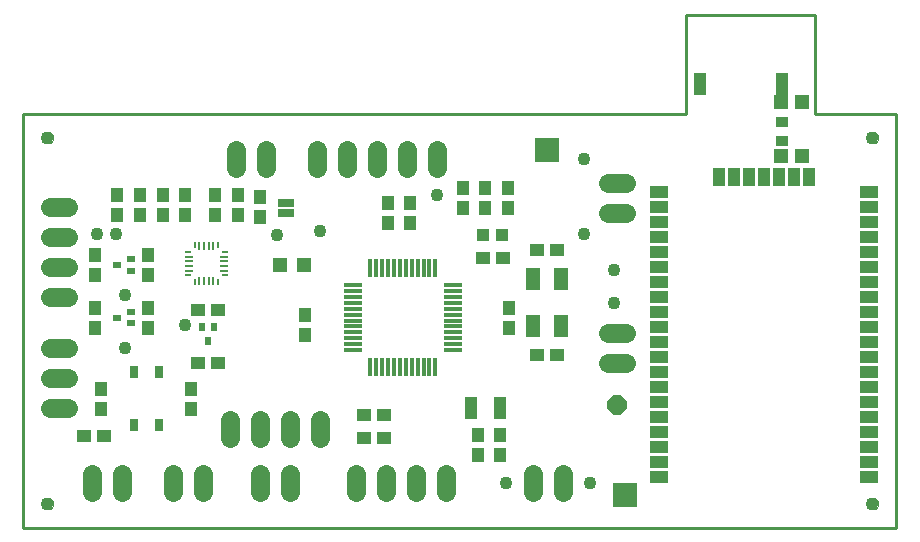
<source format=gts>
G75*
%MOIN*%
%OFA0B0*%
%FSLAX25Y25*%
%IPPOS*%
%LPD*%
%AMOC8*
5,1,8,0,0,1.08239X$1,22.5*
%
%ADD10C,0.01000*%
%ADD11C,0.00000*%
%ADD12C,0.04337*%
%ADD13R,0.05400X0.02900*%
%ADD14R,0.02959X0.02211*%
%ADD15R,0.02211X0.02959*%
%ADD16R,0.01581X0.06109*%
%ADD17R,0.06109X0.01581*%
%ADD18R,0.04337X0.07487*%
%ADD19R,0.04337X0.04731*%
%ADD20R,0.03156X0.04337*%
%ADD21R,0.04140X0.04337*%
%ADD22R,0.04731X0.04337*%
%ADD23R,0.05124X0.07487*%
%ADD24R,0.05124X0.05124*%
%ADD25R,0.08274X0.08274*%
%ADD26R,0.01150X0.02349*%
%ADD27R,0.01150X0.02762*%
%ADD28R,0.02349X0.01150*%
%ADD29R,0.02762X0.01150*%
%ADD30C,0.06400*%
%ADD31OC8,0.06400*%
%ADD32R,0.06400X0.04400*%
%ADD33R,0.04400X0.06400*%
%ADD34R,0.04534X0.04652*%
%ADD35R,0.03943X0.03550*%
D10*
X0011500Y0010780D02*
X0011500Y0148780D01*
X0232500Y0148780D01*
X0232500Y0181780D01*
X0275500Y0181780D01*
X0275500Y0148780D01*
X0302500Y0148780D01*
X0302500Y0010780D01*
X0011500Y0010780D01*
D11*
X0017531Y0018780D02*
X0017533Y0018868D01*
X0017539Y0018956D01*
X0017549Y0019044D01*
X0017563Y0019132D01*
X0017580Y0019218D01*
X0017602Y0019304D01*
X0017627Y0019388D01*
X0017657Y0019472D01*
X0017689Y0019554D01*
X0017726Y0019634D01*
X0017766Y0019713D01*
X0017810Y0019790D01*
X0017857Y0019865D01*
X0017907Y0019937D01*
X0017961Y0020008D01*
X0018017Y0020075D01*
X0018077Y0020141D01*
X0018139Y0020203D01*
X0018205Y0020263D01*
X0018272Y0020319D01*
X0018343Y0020373D01*
X0018415Y0020423D01*
X0018490Y0020470D01*
X0018567Y0020514D01*
X0018646Y0020554D01*
X0018726Y0020591D01*
X0018808Y0020623D01*
X0018892Y0020653D01*
X0018976Y0020678D01*
X0019062Y0020700D01*
X0019148Y0020717D01*
X0019236Y0020731D01*
X0019324Y0020741D01*
X0019412Y0020747D01*
X0019500Y0020749D01*
X0019588Y0020747D01*
X0019676Y0020741D01*
X0019764Y0020731D01*
X0019852Y0020717D01*
X0019938Y0020700D01*
X0020024Y0020678D01*
X0020108Y0020653D01*
X0020192Y0020623D01*
X0020274Y0020591D01*
X0020354Y0020554D01*
X0020433Y0020514D01*
X0020510Y0020470D01*
X0020585Y0020423D01*
X0020657Y0020373D01*
X0020728Y0020319D01*
X0020795Y0020263D01*
X0020861Y0020203D01*
X0020923Y0020141D01*
X0020983Y0020075D01*
X0021039Y0020008D01*
X0021093Y0019937D01*
X0021143Y0019865D01*
X0021190Y0019790D01*
X0021234Y0019713D01*
X0021274Y0019634D01*
X0021311Y0019554D01*
X0021343Y0019472D01*
X0021373Y0019388D01*
X0021398Y0019304D01*
X0021420Y0019218D01*
X0021437Y0019132D01*
X0021451Y0019044D01*
X0021461Y0018956D01*
X0021467Y0018868D01*
X0021469Y0018780D01*
X0021467Y0018692D01*
X0021461Y0018604D01*
X0021451Y0018516D01*
X0021437Y0018428D01*
X0021420Y0018342D01*
X0021398Y0018256D01*
X0021373Y0018172D01*
X0021343Y0018088D01*
X0021311Y0018006D01*
X0021274Y0017926D01*
X0021234Y0017847D01*
X0021190Y0017770D01*
X0021143Y0017695D01*
X0021093Y0017623D01*
X0021039Y0017552D01*
X0020983Y0017485D01*
X0020923Y0017419D01*
X0020861Y0017357D01*
X0020795Y0017297D01*
X0020728Y0017241D01*
X0020657Y0017187D01*
X0020585Y0017137D01*
X0020510Y0017090D01*
X0020433Y0017046D01*
X0020354Y0017006D01*
X0020274Y0016969D01*
X0020192Y0016937D01*
X0020108Y0016907D01*
X0020024Y0016882D01*
X0019938Y0016860D01*
X0019852Y0016843D01*
X0019764Y0016829D01*
X0019676Y0016819D01*
X0019588Y0016813D01*
X0019500Y0016811D01*
X0019412Y0016813D01*
X0019324Y0016819D01*
X0019236Y0016829D01*
X0019148Y0016843D01*
X0019062Y0016860D01*
X0018976Y0016882D01*
X0018892Y0016907D01*
X0018808Y0016937D01*
X0018726Y0016969D01*
X0018646Y0017006D01*
X0018567Y0017046D01*
X0018490Y0017090D01*
X0018415Y0017137D01*
X0018343Y0017187D01*
X0018272Y0017241D01*
X0018205Y0017297D01*
X0018139Y0017357D01*
X0018077Y0017419D01*
X0018017Y0017485D01*
X0017961Y0017552D01*
X0017907Y0017623D01*
X0017857Y0017695D01*
X0017810Y0017770D01*
X0017766Y0017847D01*
X0017726Y0017926D01*
X0017689Y0018006D01*
X0017657Y0018088D01*
X0017627Y0018172D01*
X0017602Y0018256D01*
X0017580Y0018342D01*
X0017563Y0018428D01*
X0017549Y0018516D01*
X0017539Y0018604D01*
X0017533Y0018692D01*
X0017531Y0018780D01*
X0017531Y0140780D02*
X0017533Y0140868D01*
X0017539Y0140956D01*
X0017549Y0141044D01*
X0017563Y0141132D01*
X0017580Y0141218D01*
X0017602Y0141304D01*
X0017627Y0141388D01*
X0017657Y0141472D01*
X0017689Y0141554D01*
X0017726Y0141634D01*
X0017766Y0141713D01*
X0017810Y0141790D01*
X0017857Y0141865D01*
X0017907Y0141937D01*
X0017961Y0142008D01*
X0018017Y0142075D01*
X0018077Y0142141D01*
X0018139Y0142203D01*
X0018205Y0142263D01*
X0018272Y0142319D01*
X0018343Y0142373D01*
X0018415Y0142423D01*
X0018490Y0142470D01*
X0018567Y0142514D01*
X0018646Y0142554D01*
X0018726Y0142591D01*
X0018808Y0142623D01*
X0018892Y0142653D01*
X0018976Y0142678D01*
X0019062Y0142700D01*
X0019148Y0142717D01*
X0019236Y0142731D01*
X0019324Y0142741D01*
X0019412Y0142747D01*
X0019500Y0142749D01*
X0019588Y0142747D01*
X0019676Y0142741D01*
X0019764Y0142731D01*
X0019852Y0142717D01*
X0019938Y0142700D01*
X0020024Y0142678D01*
X0020108Y0142653D01*
X0020192Y0142623D01*
X0020274Y0142591D01*
X0020354Y0142554D01*
X0020433Y0142514D01*
X0020510Y0142470D01*
X0020585Y0142423D01*
X0020657Y0142373D01*
X0020728Y0142319D01*
X0020795Y0142263D01*
X0020861Y0142203D01*
X0020923Y0142141D01*
X0020983Y0142075D01*
X0021039Y0142008D01*
X0021093Y0141937D01*
X0021143Y0141865D01*
X0021190Y0141790D01*
X0021234Y0141713D01*
X0021274Y0141634D01*
X0021311Y0141554D01*
X0021343Y0141472D01*
X0021373Y0141388D01*
X0021398Y0141304D01*
X0021420Y0141218D01*
X0021437Y0141132D01*
X0021451Y0141044D01*
X0021461Y0140956D01*
X0021467Y0140868D01*
X0021469Y0140780D01*
X0021467Y0140692D01*
X0021461Y0140604D01*
X0021451Y0140516D01*
X0021437Y0140428D01*
X0021420Y0140342D01*
X0021398Y0140256D01*
X0021373Y0140172D01*
X0021343Y0140088D01*
X0021311Y0140006D01*
X0021274Y0139926D01*
X0021234Y0139847D01*
X0021190Y0139770D01*
X0021143Y0139695D01*
X0021093Y0139623D01*
X0021039Y0139552D01*
X0020983Y0139485D01*
X0020923Y0139419D01*
X0020861Y0139357D01*
X0020795Y0139297D01*
X0020728Y0139241D01*
X0020657Y0139187D01*
X0020585Y0139137D01*
X0020510Y0139090D01*
X0020433Y0139046D01*
X0020354Y0139006D01*
X0020274Y0138969D01*
X0020192Y0138937D01*
X0020108Y0138907D01*
X0020024Y0138882D01*
X0019938Y0138860D01*
X0019852Y0138843D01*
X0019764Y0138829D01*
X0019676Y0138819D01*
X0019588Y0138813D01*
X0019500Y0138811D01*
X0019412Y0138813D01*
X0019324Y0138819D01*
X0019236Y0138829D01*
X0019148Y0138843D01*
X0019062Y0138860D01*
X0018976Y0138882D01*
X0018892Y0138907D01*
X0018808Y0138937D01*
X0018726Y0138969D01*
X0018646Y0139006D01*
X0018567Y0139046D01*
X0018490Y0139090D01*
X0018415Y0139137D01*
X0018343Y0139187D01*
X0018272Y0139241D01*
X0018205Y0139297D01*
X0018139Y0139357D01*
X0018077Y0139419D01*
X0018017Y0139485D01*
X0017961Y0139552D01*
X0017907Y0139623D01*
X0017857Y0139695D01*
X0017810Y0139770D01*
X0017766Y0139847D01*
X0017726Y0139926D01*
X0017689Y0140006D01*
X0017657Y0140088D01*
X0017627Y0140172D01*
X0017602Y0140256D01*
X0017580Y0140342D01*
X0017563Y0140428D01*
X0017549Y0140516D01*
X0017539Y0140604D01*
X0017533Y0140692D01*
X0017531Y0140780D01*
X0292531Y0140780D02*
X0292533Y0140868D01*
X0292539Y0140956D01*
X0292549Y0141044D01*
X0292563Y0141132D01*
X0292580Y0141218D01*
X0292602Y0141304D01*
X0292627Y0141388D01*
X0292657Y0141472D01*
X0292689Y0141554D01*
X0292726Y0141634D01*
X0292766Y0141713D01*
X0292810Y0141790D01*
X0292857Y0141865D01*
X0292907Y0141937D01*
X0292961Y0142008D01*
X0293017Y0142075D01*
X0293077Y0142141D01*
X0293139Y0142203D01*
X0293205Y0142263D01*
X0293272Y0142319D01*
X0293343Y0142373D01*
X0293415Y0142423D01*
X0293490Y0142470D01*
X0293567Y0142514D01*
X0293646Y0142554D01*
X0293726Y0142591D01*
X0293808Y0142623D01*
X0293892Y0142653D01*
X0293976Y0142678D01*
X0294062Y0142700D01*
X0294148Y0142717D01*
X0294236Y0142731D01*
X0294324Y0142741D01*
X0294412Y0142747D01*
X0294500Y0142749D01*
X0294588Y0142747D01*
X0294676Y0142741D01*
X0294764Y0142731D01*
X0294852Y0142717D01*
X0294938Y0142700D01*
X0295024Y0142678D01*
X0295108Y0142653D01*
X0295192Y0142623D01*
X0295274Y0142591D01*
X0295354Y0142554D01*
X0295433Y0142514D01*
X0295510Y0142470D01*
X0295585Y0142423D01*
X0295657Y0142373D01*
X0295728Y0142319D01*
X0295795Y0142263D01*
X0295861Y0142203D01*
X0295923Y0142141D01*
X0295983Y0142075D01*
X0296039Y0142008D01*
X0296093Y0141937D01*
X0296143Y0141865D01*
X0296190Y0141790D01*
X0296234Y0141713D01*
X0296274Y0141634D01*
X0296311Y0141554D01*
X0296343Y0141472D01*
X0296373Y0141388D01*
X0296398Y0141304D01*
X0296420Y0141218D01*
X0296437Y0141132D01*
X0296451Y0141044D01*
X0296461Y0140956D01*
X0296467Y0140868D01*
X0296469Y0140780D01*
X0296467Y0140692D01*
X0296461Y0140604D01*
X0296451Y0140516D01*
X0296437Y0140428D01*
X0296420Y0140342D01*
X0296398Y0140256D01*
X0296373Y0140172D01*
X0296343Y0140088D01*
X0296311Y0140006D01*
X0296274Y0139926D01*
X0296234Y0139847D01*
X0296190Y0139770D01*
X0296143Y0139695D01*
X0296093Y0139623D01*
X0296039Y0139552D01*
X0295983Y0139485D01*
X0295923Y0139419D01*
X0295861Y0139357D01*
X0295795Y0139297D01*
X0295728Y0139241D01*
X0295657Y0139187D01*
X0295585Y0139137D01*
X0295510Y0139090D01*
X0295433Y0139046D01*
X0295354Y0139006D01*
X0295274Y0138969D01*
X0295192Y0138937D01*
X0295108Y0138907D01*
X0295024Y0138882D01*
X0294938Y0138860D01*
X0294852Y0138843D01*
X0294764Y0138829D01*
X0294676Y0138819D01*
X0294588Y0138813D01*
X0294500Y0138811D01*
X0294412Y0138813D01*
X0294324Y0138819D01*
X0294236Y0138829D01*
X0294148Y0138843D01*
X0294062Y0138860D01*
X0293976Y0138882D01*
X0293892Y0138907D01*
X0293808Y0138937D01*
X0293726Y0138969D01*
X0293646Y0139006D01*
X0293567Y0139046D01*
X0293490Y0139090D01*
X0293415Y0139137D01*
X0293343Y0139187D01*
X0293272Y0139241D01*
X0293205Y0139297D01*
X0293139Y0139357D01*
X0293077Y0139419D01*
X0293017Y0139485D01*
X0292961Y0139552D01*
X0292907Y0139623D01*
X0292857Y0139695D01*
X0292810Y0139770D01*
X0292766Y0139847D01*
X0292726Y0139926D01*
X0292689Y0140006D01*
X0292657Y0140088D01*
X0292627Y0140172D01*
X0292602Y0140256D01*
X0292580Y0140342D01*
X0292563Y0140428D01*
X0292549Y0140516D01*
X0292539Y0140604D01*
X0292533Y0140692D01*
X0292531Y0140780D01*
X0292531Y0018780D02*
X0292533Y0018868D01*
X0292539Y0018956D01*
X0292549Y0019044D01*
X0292563Y0019132D01*
X0292580Y0019218D01*
X0292602Y0019304D01*
X0292627Y0019388D01*
X0292657Y0019472D01*
X0292689Y0019554D01*
X0292726Y0019634D01*
X0292766Y0019713D01*
X0292810Y0019790D01*
X0292857Y0019865D01*
X0292907Y0019937D01*
X0292961Y0020008D01*
X0293017Y0020075D01*
X0293077Y0020141D01*
X0293139Y0020203D01*
X0293205Y0020263D01*
X0293272Y0020319D01*
X0293343Y0020373D01*
X0293415Y0020423D01*
X0293490Y0020470D01*
X0293567Y0020514D01*
X0293646Y0020554D01*
X0293726Y0020591D01*
X0293808Y0020623D01*
X0293892Y0020653D01*
X0293976Y0020678D01*
X0294062Y0020700D01*
X0294148Y0020717D01*
X0294236Y0020731D01*
X0294324Y0020741D01*
X0294412Y0020747D01*
X0294500Y0020749D01*
X0294588Y0020747D01*
X0294676Y0020741D01*
X0294764Y0020731D01*
X0294852Y0020717D01*
X0294938Y0020700D01*
X0295024Y0020678D01*
X0295108Y0020653D01*
X0295192Y0020623D01*
X0295274Y0020591D01*
X0295354Y0020554D01*
X0295433Y0020514D01*
X0295510Y0020470D01*
X0295585Y0020423D01*
X0295657Y0020373D01*
X0295728Y0020319D01*
X0295795Y0020263D01*
X0295861Y0020203D01*
X0295923Y0020141D01*
X0295983Y0020075D01*
X0296039Y0020008D01*
X0296093Y0019937D01*
X0296143Y0019865D01*
X0296190Y0019790D01*
X0296234Y0019713D01*
X0296274Y0019634D01*
X0296311Y0019554D01*
X0296343Y0019472D01*
X0296373Y0019388D01*
X0296398Y0019304D01*
X0296420Y0019218D01*
X0296437Y0019132D01*
X0296451Y0019044D01*
X0296461Y0018956D01*
X0296467Y0018868D01*
X0296469Y0018780D01*
X0296467Y0018692D01*
X0296461Y0018604D01*
X0296451Y0018516D01*
X0296437Y0018428D01*
X0296420Y0018342D01*
X0296398Y0018256D01*
X0296373Y0018172D01*
X0296343Y0018088D01*
X0296311Y0018006D01*
X0296274Y0017926D01*
X0296234Y0017847D01*
X0296190Y0017770D01*
X0296143Y0017695D01*
X0296093Y0017623D01*
X0296039Y0017552D01*
X0295983Y0017485D01*
X0295923Y0017419D01*
X0295861Y0017357D01*
X0295795Y0017297D01*
X0295728Y0017241D01*
X0295657Y0017187D01*
X0295585Y0017137D01*
X0295510Y0017090D01*
X0295433Y0017046D01*
X0295354Y0017006D01*
X0295274Y0016969D01*
X0295192Y0016937D01*
X0295108Y0016907D01*
X0295024Y0016882D01*
X0294938Y0016860D01*
X0294852Y0016843D01*
X0294764Y0016829D01*
X0294676Y0016819D01*
X0294588Y0016813D01*
X0294500Y0016811D01*
X0294412Y0016813D01*
X0294324Y0016819D01*
X0294236Y0016829D01*
X0294148Y0016843D01*
X0294062Y0016860D01*
X0293976Y0016882D01*
X0293892Y0016907D01*
X0293808Y0016937D01*
X0293726Y0016969D01*
X0293646Y0017006D01*
X0293567Y0017046D01*
X0293490Y0017090D01*
X0293415Y0017137D01*
X0293343Y0017187D01*
X0293272Y0017241D01*
X0293205Y0017297D01*
X0293139Y0017357D01*
X0293077Y0017419D01*
X0293017Y0017485D01*
X0292961Y0017552D01*
X0292907Y0017623D01*
X0292857Y0017695D01*
X0292810Y0017770D01*
X0292766Y0017847D01*
X0292726Y0017926D01*
X0292689Y0018006D01*
X0292657Y0018088D01*
X0292627Y0018172D01*
X0292602Y0018256D01*
X0292580Y0018342D01*
X0292563Y0018428D01*
X0292549Y0018516D01*
X0292539Y0018604D01*
X0292533Y0018692D01*
X0292531Y0018780D01*
D12*
X0294500Y0018780D03*
X0200500Y0025780D03*
X0172500Y0025780D03*
X0208500Y0085780D03*
X0208500Y0096780D03*
X0198500Y0108780D03*
X0198500Y0133780D03*
X0149500Y0121780D03*
X0110500Y0109780D03*
X0095868Y0108432D03*
X0045500Y0088280D03*
X0065500Y0078280D03*
X0045500Y0070780D03*
X0042500Y0108780D03*
X0036000Y0108780D03*
X0019500Y0140780D03*
X0019500Y0018780D03*
X0294500Y0140780D03*
D13*
X0099000Y0118880D03*
X0099000Y0115680D03*
D14*
X0047331Y0100248D03*
X0047331Y0096311D03*
X0042803Y0098280D03*
X0047331Y0082748D03*
X0047331Y0078811D03*
X0042803Y0080780D03*
D15*
X0071031Y0077611D03*
X0074969Y0077611D03*
X0073000Y0073083D03*
D16*
X0127173Y0064146D03*
X0129142Y0064146D03*
X0131110Y0064146D03*
X0133079Y0064146D03*
X0135047Y0064146D03*
X0137016Y0064146D03*
X0138984Y0064146D03*
X0140953Y0064146D03*
X0142921Y0064146D03*
X0144890Y0064146D03*
X0146858Y0064146D03*
X0148827Y0064146D03*
X0148827Y0097414D03*
X0146858Y0097414D03*
X0144890Y0097414D03*
X0142921Y0097414D03*
X0140953Y0097414D03*
X0138984Y0097414D03*
X0137016Y0097414D03*
X0135047Y0097414D03*
X0133079Y0097414D03*
X0131110Y0097414D03*
X0129142Y0097414D03*
X0127173Y0097414D03*
D17*
X0121366Y0091607D03*
X0121366Y0089638D03*
X0121366Y0087670D03*
X0121366Y0085701D03*
X0121366Y0083733D03*
X0121366Y0081764D03*
X0121366Y0079796D03*
X0121366Y0077827D03*
X0121366Y0075859D03*
X0121366Y0073890D03*
X0121366Y0071922D03*
X0121366Y0069953D03*
X0154634Y0069953D03*
X0154634Y0071922D03*
X0154634Y0073890D03*
X0154634Y0075859D03*
X0154634Y0077827D03*
X0154634Y0079796D03*
X0154634Y0081764D03*
X0154634Y0083733D03*
X0154634Y0085701D03*
X0154634Y0087670D03*
X0154634Y0089638D03*
X0154634Y0091607D03*
D18*
X0160579Y0050780D03*
X0170421Y0050780D03*
X0236941Y0158780D03*
X0264500Y0158780D03*
D19*
X0173000Y0124126D03*
X0165500Y0124126D03*
X0165500Y0117433D03*
X0173000Y0117433D03*
X0158000Y0117433D03*
X0158000Y0124126D03*
X0140500Y0119126D03*
X0140500Y0112433D03*
X0133000Y0112433D03*
X0133000Y0119126D03*
X0090500Y0121126D03*
X0083000Y0121626D03*
X0075500Y0121626D03*
X0065500Y0121626D03*
X0058000Y0121626D03*
X0050500Y0121626D03*
X0042677Y0121631D03*
X0042677Y0114938D03*
X0050500Y0114933D03*
X0058000Y0114933D03*
X0065500Y0114933D03*
X0075500Y0114933D03*
X0083000Y0114933D03*
X0090500Y0114433D03*
X0053000Y0101626D03*
X0053000Y0094933D03*
X0053000Y0084126D03*
X0053000Y0077433D03*
X0035500Y0077433D03*
X0035500Y0084126D03*
X0035500Y0094933D03*
X0035500Y0101626D03*
X0105500Y0081626D03*
X0105500Y0074933D03*
X0067500Y0057126D03*
X0067500Y0050433D03*
X0037500Y0050433D03*
X0037500Y0057126D03*
X0163000Y0041626D03*
X0170500Y0041626D03*
X0170500Y0034933D03*
X0163000Y0034933D03*
X0173500Y0077433D03*
X0173500Y0084126D03*
D20*
X0056732Y0062638D03*
X0048268Y0062638D03*
X0048268Y0044922D03*
X0056732Y0044922D03*
D21*
X0164850Y0108280D03*
X0171150Y0108280D03*
D22*
X0182654Y0103280D03*
X0189346Y0103280D03*
X0171346Y0100780D03*
X0164654Y0100780D03*
X0182654Y0068280D03*
X0189346Y0068280D03*
X0131846Y0048280D03*
X0125154Y0048280D03*
X0125154Y0040780D03*
X0131846Y0040780D03*
X0076346Y0065780D03*
X0069654Y0065780D03*
X0069654Y0083280D03*
X0076346Y0083280D03*
X0038346Y0041280D03*
X0031654Y0041280D03*
D23*
X0181276Y0077906D03*
X0190724Y0077906D03*
X0190724Y0093654D03*
X0181276Y0093654D03*
D24*
X0105134Y0098280D03*
X0096866Y0098280D03*
D25*
X0186000Y0136780D03*
X0212110Y0021525D03*
D26*
X0076437Y0092668D03*
X0068563Y0092668D03*
X0068563Y0104892D03*
X0076437Y0104892D03*
D27*
X0074862Y0104685D03*
X0073287Y0104685D03*
X0071713Y0104685D03*
X0070138Y0104685D03*
X0070138Y0092874D03*
X0071713Y0092874D03*
X0073287Y0092874D03*
X0074862Y0092874D03*
D28*
X0078612Y0094843D03*
X0066388Y0094843D03*
X0066388Y0102717D03*
X0078612Y0102717D03*
D29*
X0078406Y0101142D03*
X0078406Y0099567D03*
X0078406Y0097992D03*
X0078406Y0096418D03*
X0066594Y0096418D03*
X0066594Y0097992D03*
X0066594Y0099567D03*
X0066594Y0101142D03*
D30*
X0026500Y0097780D02*
X0020500Y0097780D01*
X0020500Y0107780D02*
X0026500Y0107780D01*
X0026500Y0117780D02*
X0020500Y0117780D01*
X0020500Y0087780D02*
X0026500Y0087780D01*
X0026500Y0070780D02*
X0020500Y0070780D01*
X0020500Y0060780D02*
X0026500Y0060780D01*
X0026500Y0050780D02*
X0020500Y0050780D01*
X0034500Y0028780D02*
X0034500Y0022780D01*
X0044500Y0022780D02*
X0044500Y0028780D01*
X0061500Y0028780D02*
X0061500Y0022780D01*
X0071500Y0022780D02*
X0071500Y0028780D01*
X0080500Y0040780D02*
X0080500Y0046780D01*
X0090500Y0046780D02*
X0090500Y0040780D01*
X0100500Y0040780D02*
X0100500Y0046780D01*
X0110500Y0046780D02*
X0110500Y0040780D01*
X0100500Y0028780D02*
X0100500Y0022780D01*
X0090500Y0022780D02*
X0090500Y0028780D01*
X0122500Y0028780D02*
X0122500Y0022780D01*
X0132500Y0022780D02*
X0132500Y0028780D01*
X0142500Y0028780D02*
X0142500Y0022780D01*
X0152500Y0022780D02*
X0152500Y0028780D01*
X0181500Y0028780D02*
X0181500Y0022780D01*
X0191500Y0022780D02*
X0191500Y0028780D01*
X0206500Y0065780D02*
X0212500Y0065780D01*
X0212500Y0075780D02*
X0206500Y0075780D01*
X0206500Y0115780D02*
X0212500Y0115780D01*
X0212500Y0125780D02*
X0206500Y0125780D01*
X0149500Y0130780D02*
X0149500Y0136780D01*
X0139500Y0136780D02*
X0139500Y0130780D01*
X0129500Y0130780D02*
X0129500Y0136780D01*
X0119500Y0136780D02*
X0119500Y0130780D01*
X0109500Y0130780D02*
X0109500Y0136780D01*
X0092500Y0136780D02*
X0092500Y0130780D01*
X0082500Y0130780D02*
X0082500Y0136780D01*
D31*
X0209500Y0051780D03*
D32*
X0223500Y0052780D03*
X0223500Y0047780D03*
X0223500Y0042780D03*
X0223500Y0037780D03*
X0223500Y0032780D03*
X0223500Y0027780D03*
X0223500Y0057780D03*
X0223500Y0062780D03*
X0223500Y0067780D03*
X0223500Y0072780D03*
X0223500Y0077780D03*
X0223500Y0082780D03*
X0223500Y0087780D03*
X0223500Y0092780D03*
X0223500Y0097780D03*
X0223500Y0102780D03*
X0223500Y0107780D03*
X0223500Y0112780D03*
X0223500Y0117780D03*
X0223500Y0122780D03*
X0293500Y0122780D03*
X0293500Y0117780D03*
X0293500Y0112780D03*
X0293500Y0107780D03*
X0293500Y0102780D03*
X0293500Y0097780D03*
X0293500Y0092780D03*
X0293500Y0087780D03*
X0293500Y0082780D03*
X0293500Y0077780D03*
X0293500Y0072780D03*
X0293500Y0067780D03*
X0293500Y0062780D03*
X0293500Y0057780D03*
X0293500Y0052780D03*
X0293500Y0047780D03*
X0293500Y0042780D03*
X0293500Y0037780D03*
X0293500Y0032780D03*
X0293500Y0027780D03*
D33*
X0273500Y0127780D03*
X0268500Y0127780D03*
X0263500Y0127780D03*
X0258500Y0127780D03*
X0253500Y0127780D03*
X0248500Y0127780D03*
X0243500Y0127780D03*
D34*
X0264055Y0134780D03*
X0270945Y0134780D03*
X0270945Y0152780D03*
X0264055Y0152780D03*
D35*
X0264500Y0145929D03*
X0264500Y0139630D03*
M02*

</source>
